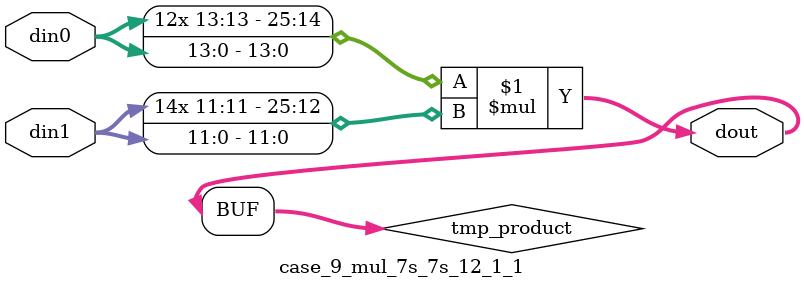
<source format=v>

`timescale 1 ns / 1 ps

 module case_9_mul_7s_7s_12_1_1(din0, din1, dout);
parameter ID = 1;
parameter NUM_STAGE = 0;
parameter din0_WIDTH = 14;
parameter din1_WIDTH = 12;
parameter dout_WIDTH = 26;

input [din0_WIDTH - 1 : 0] din0; 
input [din1_WIDTH - 1 : 0] din1; 
output [dout_WIDTH - 1 : 0] dout;

wire signed [dout_WIDTH - 1 : 0] tmp_product;



























assign tmp_product = $signed(din0) * $signed(din1);








assign dout = tmp_product;





















endmodule

</source>
